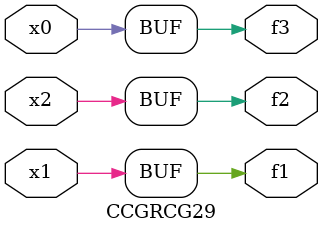
<source format=v>
module CCGRCG29(
	input x0, x1, x2,
	output f1, f2, f3
);
	assign f1 = x1;
	assign f2 = x2;
	assign f3 = x0;
endmodule

</source>
